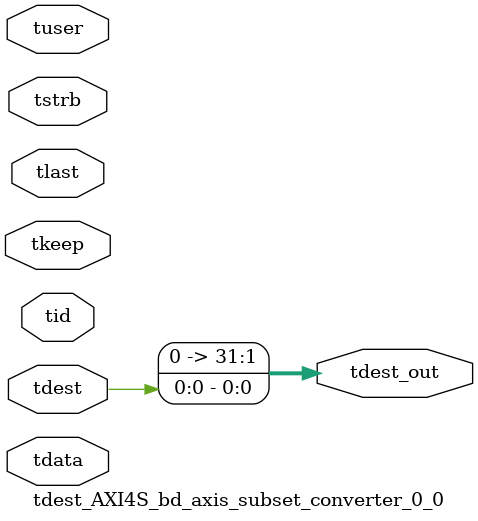
<source format=v>


`timescale 1ps/1ps

module tdest_AXI4S_bd_axis_subset_converter_0_0 #
(
parameter C_S_AXIS_TDATA_WIDTH = 32,
parameter C_S_AXIS_TUSER_WIDTH = 0,
parameter C_S_AXIS_TID_WIDTH   = 0,
parameter C_S_AXIS_TDEST_WIDTH = 0,
parameter C_M_AXIS_TDEST_WIDTH = 32
)
(
input  [(C_S_AXIS_TDATA_WIDTH == 0 ? 1 : C_S_AXIS_TDATA_WIDTH)-1:0     ] tdata,
input  [(C_S_AXIS_TUSER_WIDTH == 0 ? 1 : C_S_AXIS_TUSER_WIDTH)-1:0     ] tuser,
input  [(C_S_AXIS_TID_WIDTH   == 0 ? 1 : C_S_AXIS_TID_WIDTH)-1:0       ] tid,
input  [(C_S_AXIS_TDEST_WIDTH == 0 ? 1 : C_S_AXIS_TDEST_WIDTH)-1:0     ] tdest,
input  [(C_S_AXIS_TDATA_WIDTH/8)-1:0 ] tkeep,
input  [(C_S_AXIS_TDATA_WIDTH/8)-1:0 ] tstrb,
input                                                                    tlast,
output [C_M_AXIS_TDEST_WIDTH-1:0] tdest_out
);

assign tdest_out = {tdest[0:0]};

endmodule


</source>
